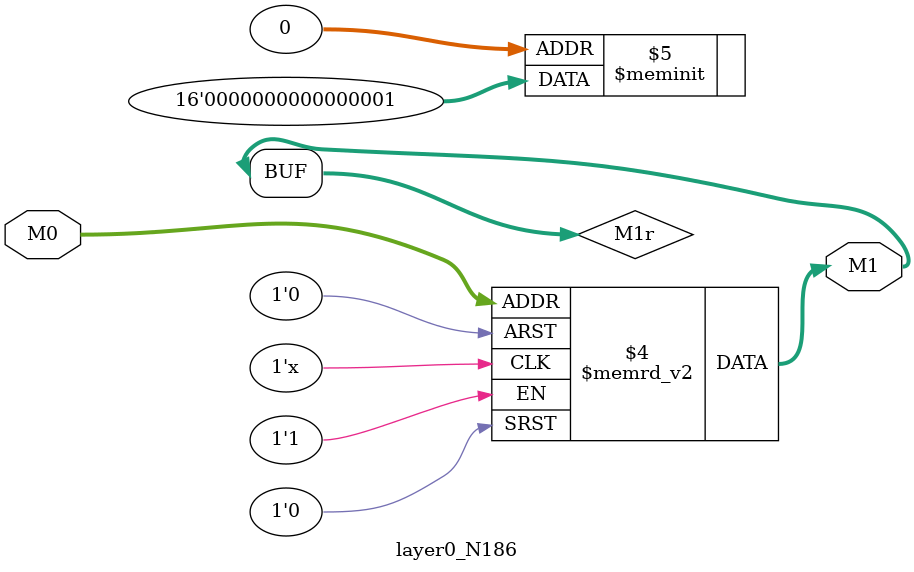
<source format=v>
module layer0_N186 ( input [2:0] M0, output [1:0] M1 );

	(*rom_style = "distributed" *) reg [1:0] M1r;
	assign M1 = M1r;
	always @ (M0) begin
		case (M0)
			3'b000: M1r = 2'b01;
			3'b100: M1r = 2'b00;
			3'b010: M1r = 2'b00;
			3'b110: M1r = 2'b00;
			3'b001: M1r = 2'b00;
			3'b101: M1r = 2'b00;
			3'b011: M1r = 2'b00;
			3'b111: M1r = 2'b00;

		endcase
	end
endmodule

</source>
